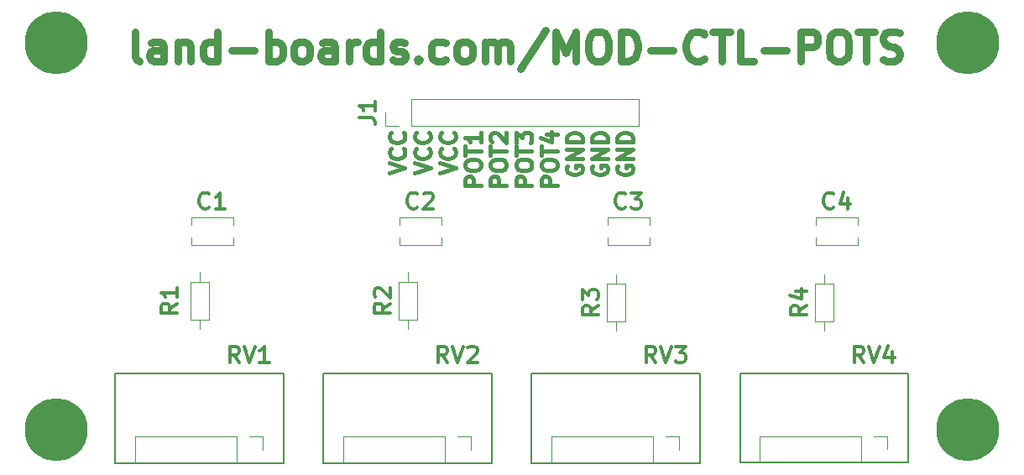
<source format=gto>
%TF.GenerationSoftware,KiCad,Pcbnew,(6.0.1)*%
%TF.CreationDate,2022-10-03T14:17:53-04:00*%
%TF.ProjectId,MOD-CTL-POTS,4d4f442d-4354-44c2-9d50-4f54532e6b69,rev?*%
%TF.SameCoordinates,Original*%
%TF.FileFunction,Legend,Top*%
%TF.FilePolarity,Positive*%
%FSLAX46Y46*%
G04 Gerber Fmt 4.6, Leading zero omitted, Abs format (unit mm)*
G04 Created by KiCad (PCBNEW (6.0.1)) date 2022-10-03 14:17:53*
%MOMM*%
%LPD*%
G01*
G04 APERTURE LIST*
%ADD10C,0.396875*%
%ADD11C,0.750000*%
%ADD12C,0.349250*%
%ADD13C,0.120000*%
%ADD14C,0.150000*%
%ADD15C,6.350000*%
G04 APERTURE END LIST*
D10*
X127629217Y-57142492D02*
X129216717Y-56613325D01*
X127629217Y-56084159D01*
X129065527Y-54647849D02*
X129141122Y-54723444D01*
X129216717Y-54950230D01*
X129216717Y-55101421D01*
X129141122Y-55328206D01*
X128989932Y-55479397D01*
X128838741Y-55554992D01*
X128536360Y-55630587D01*
X128309574Y-55630587D01*
X128007193Y-55554992D01*
X127856003Y-55479397D01*
X127704813Y-55328206D01*
X127629217Y-55101421D01*
X127629217Y-54950230D01*
X127704813Y-54723444D01*
X127780408Y-54647849D01*
X129065527Y-53060349D02*
X129141122Y-53135944D01*
X129216717Y-53362730D01*
X129216717Y-53513921D01*
X129141122Y-53740706D01*
X128989932Y-53891897D01*
X128838741Y-53967492D01*
X128536360Y-54043087D01*
X128309574Y-54043087D01*
X128007193Y-53967492D01*
X127856003Y-53891897D01*
X127704813Y-53740706D01*
X127629217Y-53513921D01*
X127629217Y-53362730D01*
X127704813Y-53135944D01*
X127780408Y-53060349D01*
X130185092Y-57142492D02*
X131772592Y-56613325D01*
X130185092Y-56084159D01*
X131621402Y-54647849D02*
X131696997Y-54723444D01*
X131772592Y-54950230D01*
X131772592Y-55101421D01*
X131696997Y-55328206D01*
X131545807Y-55479397D01*
X131394616Y-55554992D01*
X131092235Y-55630587D01*
X130865449Y-55630587D01*
X130563068Y-55554992D01*
X130411878Y-55479397D01*
X130260688Y-55328206D01*
X130185092Y-55101421D01*
X130185092Y-54950230D01*
X130260688Y-54723444D01*
X130336283Y-54647849D01*
X131621402Y-53060349D02*
X131696997Y-53135944D01*
X131772592Y-53362730D01*
X131772592Y-53513921D01*
X131696997Y-53740706D01*
X131545807Y-53891897D01*
X131394616Y-53967492D01*
X131092235Y-54043087D01*
X130865449Y-54043087D01*
X130563068Y-53967492D01*
X130411878Y-53891897D01*
X130260688Y-53740706D01*
X130185092Y-53513921D01*
X130185092Y-53362730D01*
X130260688Y-53135944D01*
X130336283Y-53060349D01*
X132740967Y-57142492D02*
X134328467Y-56613325D01*
X132740967Y-56084159D01*
X134177277Y-54647849D02*
X134252872Y-54723444D01*
X134328467Y-54950230D01*
X134328467Y-55101421D01*
X134252872Y-55328206D01*
X134101682Y-55479397D01*
X133950491Y-55554992D01*
X133648110Y-55630587D01*
X133421324Y-55630587D01*
X133118943Y-55554992D01*
X132967753Y-55479397D01*
X132816563Y-55328206D01*
X132740967Y-55101421D01*
X132740967Y-54950230D01*
X132816563Y-54723444D01*
X132892158Y-54647849D01*
X134177277Y-53060349D02*
X134252872Y-53135944D01*
X134328467Y-53362730D01*
X134328467Y-53513921D01*
X134252872Y-53740706D01*
X134101682Y-53891897D01*
X133950491Y-53967492D01*
X133648110Y-54043087D01*
X133421324Y-54043087D01*
X133118943Y-53967492D01*
X132967753Y-53891897D01*
X132816563Y-53740706D01*
X132740967Y-53513921D01*
X132740967Y-53362730D01*
X132816563Y-53135944D01*
X132892158Y-53060349D01*
X136884342Y-58352016D02*
X135296842Y-58352016D01*
X135296842Y-57747254D01*
X135372438Y-57596063D01*
X135448033Y-57520468D01*
X135599223Y-57444873D01*
X135826009Y-57444873D01*
X135977199Y-57520468D01*
X136052795Y-57596063D01*
X136128390Y-57747254D01*
X136128390Y-58352016D01*
X135296842Y-56462135D02*
X135296842Y-56159754D01*
X135372438Y-56008563D01*
X135523628Y-55857373D01*
X135826009Y-55781778D01*
X136355176Y-55781778D01*
X136657557Y-55857373D01*
X136808747Y-56008563D01*
X136884342Y-56159754D01*
X136884342Y-56462135D01*
X136808747Y-56613325D01*
X136657557Y-56764516D01*
X136355176Y-56840111D01*
X135826009Y-56840111D01*
X135523628Y-56764516D01*
X135372438Y-56613325D01*
X135296842Y-56462135D01*
X135296842Y-55328206D02*
X135296842Y-54421063D01*
X136884342Y-54874635D02*
X135296842Y-54874635D01*
X136884342Y-53060349D02*
X136884342Y-53967492D01*
X136884342Y-53513921D02*
X135296842Y-53513921D01*
X135523628Y-53665111D01*
X135674818Y-53816302D01*
X135750414Y-53967492D01*
X139440217Y-58352016D02*
X137852717Y-58352016D01*
X137852717Y-57747254D01*
X137928313Y-57596063D01*
X138003908Y-57520468D01*
X138155098Y-57444873D01*
X138381884Y-57444873D01*
X138533074Y-57520468D01*
X138608670Y-57596063D01*
X138684265Y-57747254D01*
X138684265Y-58352016D01*
X137852717Y-56462135D02*
X137852717Y-56159754D01*
X137928313Y-56008563D01*
X138079503Y-55857373D01*
X138381884Y-55781778D01*
X138911051Y-55781778D01*
X139213432Y-55857373D01*
X139364622Y-56008563D01*
X139440217Y-56159754D01*
X139440217Y-56462135D01*
X139364622Y-56613325D01*
X139213432Y-56764516D01*
X138911051Y-56840111D01*
X138381884Y-56840111D01*
X138079503Y-56764516D01*
X137928313Y-56613325D01*
X137852717Y-56462135D01*
X137852717Y-55328206D02*
X137852717Y-54421063D01*
X139440217Y-54874635D02*
X137852717Y-54874635D01*
X138003908Y-53967492D02*
X137928313Y-53891897D01*
X137852717Y-53740706D01*
X137852717Y-53362730D01*
X137928313Y-53211540D01*
X138003908Y-53135944D01*
X138155098Y-53060349D01*
X138306289Y-53060349D01*
X138533074Y-53135944D01*
X139440217Y-54043087D01*
X139440217Y-53060349D01*
X141996092Y-58352016D02*
X140408592Y-58352016D01*
X140408592Y-57747254D01*
X140484188Y-57596063D01*
X140559783Y-57520468D01*
X140710973Y-57444873D01*
X140937759Y-57444873D01*
X141088949Y-57520468D01*
X141164545Y-57596063D01*
X141240140Y-57747254D01*
X141240140Y-58352016D01*
X140408592Y-56462135D02*
X140408592Y-56159754D01*
X140484188Y-56008563D01*
X140635378Y-55857373D01*
X140937759Y-55781778D01*
X141466926Y-55781778D01*
X141769307Y-55857373D01*
X141920497Y-56008563D01*
X141996092Y-56159754D01*
X141996092Y-56462135D01*
X141920497Y-56613325D01*
X141769307Y-56764516D01*
X141466926Y-56840111D01*
X140937759Y-56840111D01*
X140635378Y-56764516D01*
X140484188Y-56613325D01*
X140408592Y-56462135D01*
X140408592Y-55328206D02*
X140408592Y-54421063D01*
X141996092Y-54874635D02*
X140408592Y-54874635D01*
X140408592Y-54043087D02*
X140408592Y-53060349D01*
X141013354Y-53589516D01*
X141013354Y-53362730D01*
X141088949Y-53211540D01*
X141164545Y-53135944D01*
X141315735Y-53060349D01*
X141693711Y-53060349D01*
X141844902Y-53135944D01*
X141920497Y-53211540D01*
X141996092Y-53362730D01*
X141996092Y-53816302D01*
X141920497Y-53967492D01*
X141844902Y-54043087D01*
X144551967Y-58352016D02*
X142964467Y-58352016D01*
X142964467Y-57747254D01*
X143040063Y-57596063D01*
X143115658Y-57520468D01*
X143266848Y-57444873D01*
X143493634Y-57444873D01*
X143644824Y-57520468D01*
X143720420Y-57596063D01*
X143796015Y-57747254D01*
X143796015Y-58352016D01*
X142964467Y-56462135D02*
X142964467Y-56159754D01*
X143040063Y-56008563D01*
X143191253Y-55857373D01*
X143493634Y-55781778D01*
X144022801Y-55781778D01*
X144325182Y-55857373D01*
X144476372Y-56008563D01*
X144551967Y-56159754D01*
X144551967Y-56462135D01*
X144476372Y-56613325D01*
X144325182Y-56764516D01*
X144022801Y-56840111D01*
X143493634Y-56840111D01*
X143191253Y-56764516D01*
X143040063Y-56613325D01*
X142964467Y-56462135D01*
X142964467Y-55328206D02*
X142964467Y-54421063D01*
X144551967Y-54874635D02*
X142964467Y-54874635D01*
X143493634Y-53211540D02*
X144551967Y-53211540D01*
X142888872Y-53589516D02*
X144022801Y-53967492D01*
X144022801Y-52984754D01*
X145595938Y-56386540D02*
X145520342Y-56537730D01*
X145520342Y-56764516D01*
X145595938Y-56991302D01*
X145747128Y-57142492D01*
X145898318Y-57218087D01*
X146200699Y-57293683D01*
X146427485Y-57293683D01*
X146729866Y-57218087D01*
X146881057Y-57142492D01*
X147032247Y-56991302D01*
X147107842Y-56764516D01*
X147107842Y-56613325D01*
X147032247Y-56386540D01*
X146956652Y-56310944D01*
X146427485Y-56310944D01*
X146427485Y-56613325D01*
X147107842Y-55630587D02*
X145520342Y-55630587D01*
X147107842Y-54723444D01*
X145520342Y-54723444D01*
X147107842Y-53967492D02*
X145520342Y-53967492D01*
X145520342Y-53589516D01*
X145595938Y-53362730D01*
X145747128Y-53211540D01*
X145898318Y-53135944D01*
X146200699Y-53060349D01*
X146427485Y-53060349D01*
X146729866Y-53135944D01*
X146881057Y-53211540D01*
X147032247Y-53362730D01*
X147107842Y-53589516D01*
X147107842Y-53967492D01*
X148151813Y-56386540D02*
X148076217Y-56537730D01*
X148076217Y-56764516D01*
X148151813Y-56991302D01*
X148303003Y-57142492D01*
X148454193Y-57218087D01*
X148756574Y-57293683D01*
X148983360Y-57293683D01*
X149285741Y-57218087D01*
X149436932Y-57142492D01*
X149588122Y-56991302D01*
X149663717Y-56764516D01*
X149663717Y-56613325D01*
X149588122Y-56386540D01*
X149512527Y-56310944D01*
X148983360Y-56310944D01*
X148983360Y-56613325D01*
X149663717Y-55630587D02*
X148076217Y-55630587D01*
X149663717Y-54723444D01*
X148076217Y-54723444D01*
X149663717Y-53967492D02*
X148076217Y-53967492D01*
X148076217Y-53589516D01*
X148151813Y-53362730D01*
X148303003Y-53211540D01*
X148454193Y-53135944D01*
X148756574Y-53060349D01*
X148983360Y-53060349D01*
X149285741Y-53135944D01*
X149436932Y-53211540D01*
X149588122Y-53362730D01*
X149663717Y-53589516D01*
X149663717Y-53967492D01*
X150707688Y-56386540D02*
X150632092Y-56537730D01*
X150632092Y-56764516D01*
X150707688Y-56991302D01*
X150858878Y-57142492D01*
X151010068Y-57218087D01*
X151312449Y-57293683D01*
X151539235Y-57293683D01*
X151841616Y-57218087D01*
X151992807Y-57142492D01*
X152143997Y-56991302D01*
X152219592Y-56764516D01*
X152219592Y-56613325D01*
X152143997Y-56386540D01*
X152068402Y-56310944D01*
X151539235Y-56310944D01*
X151539235Y-56613325D01*
X152219592Y-55630587D02*
X150632092Y-55630587D01*
X152219592Y-54723444D01*
X150632092Y-54723444D01*
X152219592Y-53967492D02*
X150632092Y-53967492D01*
X150632092Y-53589516D01*
X150707688Y-53362730D01*
X150858878Y-53211540D01*
X151010068Y-53135944D01*
X151312449Y-53060349D01*
X151539235Y-53060349D01*
X151841616Y-53135944D01*
X151992807Y-53211540D01*
X152143997Y-53362730D01*
X152219592Y-53589516D01*
X152219592Y-53967492D01*
D11*
X102428571Y-45857142D02*
X102142857Y-45714285D01*
X102000000Y-45428571D01*
X102000000Y-42857142D01*
X104857142Y-45857142D02*
X104857142Y-44285714D01*
X104714285Y-44000000D01*
X104428571Y-43857142D01*
X103857142Y-43857142D01*
X103571428Y-44000000D01*
X104857142Y-45714285D02*
X104571428Y-45857142D01*
X103857142Y-45857142D01*
X103571428Y-45714285D01*
X103428571Y-45428571D01*
X103428571Y-45142857D01*
X103571428Y-44857142D01*
X103857142Y-44714285D01*
X104571428Y-44714285D01*
X104857142Y-44571428D01*
X106285714Y-43857142D02*
X106285714Y-45857142D01*
X106285714Y-44142857D02*
X106428571Y-44000000D01*
X106714285Y-43857142D01*
X107142857Y-43857142D01*
X107428571Y-44000000D01*
X107571428Y-44285714D01*
X107571428Y-45857142D01*
X110285714Y-45857142D02*
X110285714Y-42857142D01*
X110285714Y-45714285D02*
X110000000Y-45857142D01*
X109428571Y-45857142D01*
X109142857Y-45714285D01*
X109000000Y-45571428D01*
X108857142Y-45285714D01*
X108857142Y-44428571D01*
X109000000Y-44142857D01*
X109142857Y-44000000D01*
X109428571Y-43857142D01*
X110000000Y-43857142D01*
X110285714Y-44000000D01*
X111714285Y-44714285D02*
X114000000Y-44714285D01*
X115428571Y-45857142D02*
X115428571Y-42857142D01*
X115428571Y-44000000D02*
X115714285Y-43857142D01*
X116285714Y-43857142D01*
X116571428Y-44000000D01*
X116714285Y-44142857D01*
X116857142Y-44428571D01*
X116857142Y-45285714D01*
X116714285Y-45571428D01*
X116571428Y-45714285D01*
X116285714Y-45857142D01*
X115714285Y-45857142D01*
X115428571Y-45714285D01*
X118571428Y-45857142D02*
X118285714Y-45714285D01*
X118142857Y-45571428D01*
X118000000Y-45285714D01*
X118000000Y-44428571D01*
X118142857Y-44142857D01*
X118285714Y-44000000D01*
X118571428Y-43857142D01*
X119000000Y-43857142D01*
X119285714Y-44000000D01*
X119428571Y-44142857D01*
X119571428Y-44428571D01*
X119571428Y-45285714D01*
X119428571Y-45571428D01*
X119285714Y-45714285D01*
X119000000Y-45857142D01*
X118571428Y-45857142D01*
X122142857Y-45857142D02*
X122142857Y-44285714D01*
X122000000Y-44000000D01*
X121714285Y-43857142D01*
X121142857Y-43857142D01*
X120857142Y-44000000D01*
X122142857Y-45714285D02*
X121857142Y-45857142D01*
X121142857Y-45857142D01*
X120857142Y-45714285D01*
X120714285Y-45428571D01*
X120714285Y-45142857D01*
X120857142Y-44857142D01*
X121142857Y-44714285D01*
X121857142Y-44714285D01*
X122142857Y-44571428D01*
X123571428Y-45857142D02*
X123571428Y-43857142D01*
X123571428Y-44428571D02*
X123714285Y-44142857D01*
X123857142Y-44000000D01*
X124142857Y-43857142D01*
X124428571Y-43857142D01*
X126714285Y-45857142D02*
X126714285Y-42857142D01*
X126714285Y-45714285D02*
X126428571Y-45857142D01*
X125857142Y-45857142D01*
X125571428Y-45714285D01*
X125428571Y-45571428D01*
X125285714Y-45285714D01*
X125285714Y-44428571D01*
X125428571Y-44142857D01*
X125571428Y-44000000D01*
X125857142Y-43857142D01*
X126428571Y-43857142D01*
X126714285Y-44000000D01*
X128000000Y-45714285D02*
X128285714Y-45857142D01*
X128857142Y-45857142D01*
X129142857Y-45714285D01*
X129285714Y-45428571D01*
X129285714Y-45285714D01*
X129142857Y-45000000D01*
X128857142Y-44857142D01*
X128428571Y-44857142D01*
X128142857Y-44714285D01*
X128000000Y-44428571D01*
X128000000Y-44285714D01*
X128142857Y-44000000D01*
X128428571Y-43857142D01*
X128857142Y-43857142D01*
X129142857Y-44000000D01*
X130571428Y-45571428D02*
X130714285Y-45714285D01*
X130571428Y-45857142D01*
X130428571Y-45714285D01*
X130571428Y-45571428D01*
X130571428Y-45857142D01*
X133285714Y-45714285D02*
X133000000Y-45857142D01*
X132428571Y-45857142D01*
X132142857Y-45714285D01*
X132000000Y-45571428D01*
X131857142Y-45285714D01*
X131857142Y-44428571D01*
X132000000Y-44142857D01*
X132142857Y-44000000D01*
X132428571Y-43857142D01*
X133000000Y-43857142D01*
X133285714Y-44000000D01*
X135000000Y-45857142D02*
X134714285Y-45714285D01*
X134571428Y-45571428D01*
X134428571Y-45285714D01*
X134428571Y-44428571D01*
X134571428Y-44142857D01*
X134714285Y-44000000D01*
X135000000Y-43857142D01*
X135428571Y-43857142D01*
X135714285Y-44000000D01*
X135857142Y-44142857D01*
X136000000Y-44428571D01*
X136000000Y-45285714D01*
X135857142Y-45571428D01*
X135714285Y-45714285D01*
X135428571Y-45857142D01*
X135000000Y-45857142D01*
X137285714Y-45857142D02*
X137285714Y-43857142D01*
X137285714Y-44142857D02*
X137428571Y-44000000D01*
X137714285Y-43857142D01*
X138142857Y-43857142D01*
X138428571Y-44000000D01*
X138571428Y-44285714D01*
X138571428Y-45857142D01*
X138571428Y-44285714D02*
X138714285Y-44000000D01*
X139000000Y-43857142D01*
X139428571Y-43857142D01*
X139714285Y-44000000D01*
X139857142Y-44285714D01*
X139857142Y-45857142D01*
X143428571Y-42714285D02*
X140857142Y-46571428D01*
X144428571Y-45857142D02*
X144428571Y-42857142D01*
X145428571Y-45000000D01*
X146428571Y-42857142D01*
X146428571Y-45857142D01*
X148428571Y-42857142D02*
X149000000Y-42857142D01*
X149285714Y-43000000D01*
X149571428Y-43285714D01*
X149714285Y-43857142D01*
X149714285Y-44857142D01*
X149571428Y-45428571D01*
X149285714Y-45714285D01*
X149000000Y-45857142D01*
X148428571Y-45857142D01*
X148142857Y-45714285D01*
X147857142Y-45428571D01*
X147714285Y-44857142D01*
X147714285Y-43857142D01*
X147857142Y-43285714D01*
X148142857Y-43000000D01*
X148428571Y-42857142D01*
X151000000Y-45857142D02*
X151000000Y-42857142D01*
X151714285Y-42857142D01*
X152142857Y-43000000D01*
X152428571Y-43285714D01*
X152571428Y-43571428D01*
X152714285Y-44142857D01*
X152714285Y-44571428D01*
X152571428Y-45142857D01*
X152428571Y-45428571D01*
X152142857Y-45714285D01*
X151714285Y-45857142D01*
X151000000Y-45857142D01*
X154000000Y-44714285D02*
X156285714Y-44714285D01*
X159428571Y-45571428D02*
X159285714Y-45714285D01*
X158857142Y-45857142D01*
X158571428Y-45857142D01*
X158142857Y-45714285D01*
X157857142Y-45428571D01*
X157714285Y-45142857D01*
X157571428Y-44571428D01*
X157571428Y-44142857D01*
X157714285Y-43571428D01*
X157857142Y-43285714D01*
X158142857Y-43000000D01*
X158571428Y-42857142D01*
X158857142Y-42857142D01*
X159285714Y-43000000D01*
X159428571Y-43142857D01*
X160285714Y-42857142D02*
X162000000Y-42857142D01*
X161142857Y-45857142D02*
X161142857Y-42857142D01*
X164428571Y-45857142D02*
X163000000Y-45857142D01*
X163000000Y-42857142D01*
X165428571Y-44714285D02*
X167714285Y-44714285D01*
X169142857Y-45857142D02*
X169142857Y-42857142D01*
X170285714Y-42857142D01*
X170571428Y-43000000D01*
X170714285Y-43142857D01*
X170857142Y-43428571D01*
X170857142Y-43857142D01*
X170714285Y-44142857D01*
X170571428Y-44285714D01*
X170285714Y-44428571D01*
X169142857Y-44428571D01*
X172714285Y-42857142D02*
X173285714Y-42857142D01*
X173571428Y-43000000D01*
X173857142Y-43285714D01*
X174000000Y-43857142D01*
X174000000Y-44857142D01*
X173857142Y-45428571D01*
X173571428Y-45714285D01*
X173285714Y-45857142D01*
X172714285Y-45857142D01*
X172428571Y-45714285D01*
X172142857Y-45428571D01*
X172000000Y-44857142D01*
X172000000Y-43857142D01*
X172142857Y-43285714D01*
X172428571Y-43000000D01*
X172714285Y-42857142D01*
X174857142Y-42857142D02*
X176571428Y-42857142D01*
X175714285Y-45857142D02*
X175714285Y-42857142D01*
X177428571Y-45714285D02*
X177857142Y-45857142D01*
X178571428Y-45857142D01*
X178857142Y-45714285D01*
X179000000Y-45571428D01*
X179142857Y-45285714D01*
X179142857Y-45000000D01*
X179000000Y-44714285D01*
X178857142Y-44571428D01*
X178571428Y-44428571D01*
X178000000Y-44285714D01*
X177714285Y-44142857D01*
X177571428Y-44000000D01*
X177428571Y-43714285D01*
X177428571Y-43428571D01*
X177571428Y-43142857D01*
X177714285Y-43000000D01*
X178000000Y-42857142D01*
X178714285Y-42857142D01*
X179142857Y-43000000D01*
D12*
%TO.C,C4*%
X172474833Y-60589642D02*
X172396214Y-60668261D01*
X172160357Y-60746880D01*
X172003119Y-60746880D01*
X171767261Y-60668261D01*
X171610023Y-60511023D01*
X171531404Y-60353785D01*
X171452785Y-60039309D01*
X171452785Y-59803452D01*
X171531404Y-59488976D01*
X171610023Y-59331738D01*
X171767261Y-59174500D01*
X172003119Y-59095880D01*
X172160357Y-59095880D01*
X172396214Y-59174500D01*
X172474833Y-59253119D01*
X173889976Y-59646214D02*
X173889976Y-60746880D01*
X173496880Y-59017261D02*
X173103785Y-60196547D01*
X174125833Y-60196547D01*
%TO.C,C3*%
X151474833Y-60589642D02*
X151396214Y-60668261D01*
X151160357Y-60746880D01*
X151003119Y-60746880D01*
X150767261Y-60668261D01*
X150610023Y-60511023D01*
X150531404Y-60353785D01*
X150452785Y-60039309D01*
X150452785Y-59803452D01*
X150531404Y-59488976D01*
X150610023Y-59331738D01*
X150767261Y-59174500D01*
X151003119Y-59095880D01*
X151160357Y-59095880D01*
X151396214Y-59174500D01*
X151474833Y-59253119D01*
X152025166Y-59095880D02*
X153047214Y-59095880D01*
X152496880Y-59724833D01*
X152732738Y-59724833D01*
X152889976Y-59803452D01*
X152968595Y-59882071D01*
X153047214Y-60039309D01*
X153047214Y-60432404D01*
X152968595Y-60589642D01*
X152889976Y-60668261D01*
X152732738Y-60746880D01*
X152261023Y-60746880D01*
X152103785Y-60668261D01*
X152025166Y-60589642D01*
%TO.C,R2*%
X127746880Y-70275166D02*
X126960690Y-70825500D01*
X127746880Y-71218595D02*
X126095880Y-71218595D01*
X126095880Y-70589642D01*
X126174500Y-70432404D01*
X126253119Y-70353785D01*
X126410357Y-70275166D01*
X126646214Y-70275166D01*
X126803452Y-70353785D01*
X126882071Y-70432404D01*
X126960690Y-70589642D01*
X126960690Y-71218595D01*
X126253119Y-69646214D02*
X126174500Y-69567595D01*
X126095880Y-69410357D01*
X126095880Y-69017261D01*
X126174500Y-68860023D01*
X126253119Y-68781404D01*
X126410357Y-68702785D01*
X126567595Y-68702785D01*
X126803452Y-68781404D01*
X127746880Y-69724833D01*
X127746880Y-68702785D01*
%TO.C,RV1*%
X112517263Y-76246867D02*
X111966930Y-75460677D01*
X111573835Y-76246867D02*
X111573835Y-74595867D01*
X112202787Y-74595867D01*
X112360025Y-74674487D01*
X112438644Y-74753106D01*
X112517263Y-74910344D01*
X112517263Y-75146201D01*
X112438644Y-75303439D01*
X112360025Y-75382058D01*
X112202787Y-75460677D01*
X111573835Y-75460677D01*
X112988978Y-74595867D02*
X113539311Y-76246867D01*
X114089644Y-74595867D01*
X115504787Y-76246867D02*
X114561359Y-76246867D01*
X115033073Y-76246867D02*
X115033073Y-74595867D01*
X114875835Y-74831725D01*
X114718597Y-74988963D01*
X114561359Y-75067582D01*
%TO.C,J1*%
X124595880Y-51550333D02*
X125775166Y-51550333D01*
X126011023Y-51628952D01*
X126168261Y-51786190D01*
X126246880Y-52022047D01*
X126246880Y-52179285D01*
X126246880Y-49899333D02*
X126246880Y-50842761D01*
X126246880Y-50371047D02*
X124595880Y-50371047D01*
X124831738Y-50528285D01*
X124988976Y-50685523D01*
X125067595Y-50842761D01*
%TO.C,RV4*%
X175517264Y-76246888D02*
X174966931Y-75460698D01*
X174573836Y-76246888D02*
X174573836Y-74595888D01*
X175202788Y-74595888D01*
X175360026Y-74674508D01*
X175438645Y-74753127D01*
X175517264Y-74910365D01*
X175517264Y-75146222D01*
X175438645Y-75303460D01*
X175360026Y-75382079D01*
X175202788Y-75460698D01*
X174573836Y-75460698D01*
X175988979Y-74595888D02*
X176539312Y-76246888D01*
X177089645Y-74595888D01*
X178347550Y-75146222D02*
X178347550Y-76246888D01*
X177954455Y-74517269D02*
X177561360Y-75696555D01*
X178583407Y-75696555D01*
%TO.C,C1*%
X109474833Y-60589642D02*
X109396214Y-60668261D01*
X109160357Y-60746880D01*
X109003119Y-60746880D01*
X108767261Y-60668261D01*
X108610023Y-60511023D01*
X108531404Y-60353785D01*
X108452785Y-60039309D01*
X108452785Y-59803452D01*
X108531404Y-59488976D01*
X108610023Y-59331738D01*
X108767261Y-59174500D01*
X109003119Y-59095880D01*
X109160357Y-59095880D01*
X109396214Y-59174500D01*
X109474833Y-59253119D01*
X111047214Y-60746880D02*
X110103785Y-60746880D01*
X110575500Y-60746880D02*
X110575500Y-59095880D01*
X110418261Y-59331738D01*
X110261023Y-59488976D01*
X110103785Y-59567595D01*
%TO.C,RV2*%
X133517271Y-76246867D02*
X132966938Y-75460677D01*
X132573843Y-76246867D02*
X132573843Y-74595867D01*
X133202795Y-74595867D01*
X133360033Y-74674487D01*
X133438652Y-74753106D01*
X133517271Y-74910344D01*
X133517271Y-75146201D01*
X133438652Y-75303439D01*
X133360033Y-75382058D01*
X133202795Y-75460677D01*
X132573843Y-75460677D01*
X133988986Y-74595867D02*
X134539319Y-76246867D01*
X135089652Y-74595867D01*
X135561367Y-74753106D02*
X135639986Y-74674487D01*
X135797224Y-74595867D01*
X136190319Y-74595867D01*
X136347557Y-74674487D01*
X136426176Y-74753106D01*
X136504795Y-74910344D01*
X136504795Y-75067582D01*
X136426176Y-75303439D01*
X135482748Y-76246867D01*
X136504795Y-76246867D01*
%TO.C,R4*%
X169746880Y-70465166D02*
X168960690Y-71015500D01*
X169746880Y-71408595D02*
X168095880Y-71408595D01*
X168095880Y-70779642D01*
X168174500Y-70622404D01*
X168253119Y-70543785D01*
X168410357Y-70465166D01*
X168646214Y-70465166D01*
X168803452Y-70543785D01*
X168882071Y-70622404D01*
X168960690Y-70779642D01*
X168960690Y-71408595D01*
X168646214Y-69050023D02*
X169746880Y-69050023D01*
X168017261Y-69443119D02*
X169196547Y-69836214D01*
X169196547Y-68814166D01*
%TO.C,RV3*%
X154517255Y-76246867D02*
X153966922Y-75460677D01*
X153573827Y-76246867D02*
X153573827Y-74595867D01*
X154202779Y-74595867D01*
X154360017Y-74674487D01*
X154438636Y-74753106D01*
X154517255Y-74910344D01*
X154517255Y-75146201D01*
X154438636Y-75303439D01*
X154360017Y-75382058D01*
X154202779Y-75460677D01*
X153573827Y-75460677D01*
X154988970Y-74595867D02*
X155539303Y-76246867D01*
X156089636Y-74595867D01*
X156482732Y-74595867D02*
X157504779Y-74595867D01*
X156954446Y-75224820D01*
X157190303Y-75224820D01*
X157347541Y-75303439D01*
X157426160Y-75382058D01*
X157504779Y-75539296D01*
X157504779Y-75932391D01*
X157426160Y-76089629D01*
X157347541Y-76168248D01*
X157190303Y-76246867D01*
X156718589Y-76246867D01*
X156561351Y-76168248D01*
X156482732Y-76089629D01*
%TO.C,R3*%
X148746880Y-70465166D02*
X147960690Y-71015500D01*
X148746880Y-71408595D02*
X147095880Y-71408595D01*
X147095880Y-70779642D01*
X147174500Y-70622404D01*
X147253119Y-70543785D01*
X147410357Y-70465166D01*
X147646214Y-70465166D01*
X147803452Y-70543785D01*
X147882071Y-70622404D01*
X147960690Y-70779642D01*
X147960690Y-71408595D01*
X147095880Y-69914833D02*
X147095880Y-68892785D01*
X147724833Y-69443119D01*
X147724833Y-69207261D01*
X147803452Y-69050023D01*
X147882071Y-68971404D01*
X148039309Y-68892785D01*
X148432404Y-68892785D01*
X148589642Y-68971404D01*
X148668261Y-69050023D01*
X148746880Y-69207261D01*
X148746880Y-69678976D01*
X148668261Y-69836214D01*
X148589642Y-69914833D01*
%TO.C,C2*%
X130474833Y-60589642D02*
X130396214Y-60668261D01*
X130160357Y-60746880D01*
X130003119Y-60746880D01*
X129767261Y-60668261D01*
X129610023Y-60511023D01*
X129531404Y-60353785D01*
X129452785Y-60039309D01*
X129452785Y-59803452D01*
X129531404Y-59488976D01*
X129610023Y-59331738D01*
X129767261Y-59174500D01*
X130003119Y-59095880D01*
X130160357Y-59095880D01*
X130396214Y-59174500D01*
X130474833Y-59253119D01*
X131103785Y-59253119D02*
X131182404Y-59174500D01*
X131339642Y-59095880D01*
X131732738Y-59095880D01*
X131889976Y-59174500D01*
X131968595Y-59253119D01*
X132047214Y-59410357D01*
X132047214Y-59567595D01*
X131968595Y-59803452D01*
X131025166Y-60746880D01*
X132047214Y-60746880D01*
%TO.C,R1*%
X106246880Y-70275166D02*
X105460690Y-70825500D01*
X106246880Y-71218595D02*
X104595880Y-71218595D01*
X104595880Y-70589642D01*
X104674500Y-70432404D01*
X104753119Y-70353785D01*
X104910357Y-70275166D01*
X105146214Y-70275166D01*
X105303452Y-70353785D01*
X105382071Y-70432404D01*
X105460690Y-70589642D01*
X105460690Y-71218595D01*
X106246880Y-68702785D02*
X106246880Y-69646214D01*
X106246880Y-69174500D02*
X104595880Y-69174500D01*
X104831738Y-69331738D01*
X104988976Y-69488976D01*
X105067595Y-69646214D01*
D13*
%TO.C,C4*%
X174870000Y-61630000D02*
X174870000Y-62335000D01*
X170630000Y-61630000D02*
X170630000Y-62335000D01*
X170630000Y-64370000D02*
X174870000Y-64370000D01*
X170630000Y-61630000D02*
X174870000Y-61630000D01*
X170630000Y-63665000D02*
X170630000Y-64370000D01*
X174870000Y-63665000D02*
X174870000Y-64370000D01*
%TO.C,C3*%
X149630000Y-61630000D02*
X153870000Y-61630000D01*
X149630000Y-64370000D02*
X153870000Y-64370000D01*
X153870000Y-61630000D02*
X153870000Y-62335000D01*
X153870000Y-63665000D02*
X153870000Y-64370000D01*
X149630000Y-61630000D02*
X149630000Y-62335000D01*
X149630000Y-63665000D02*
X149630000Y-64370000D01*
%TO.C,R2*%
X128580000Y-68080000D02*
X128580000Y-71920000D01*
X129500000Y-67130000D02*
X129500000Y-68080000D01*
X130420000Y-68080000D02*
X128580000Y-68080000D01*
X129500000Y-72870000D02*
X129500000Y-71920000D01*
X128580000Y-71920000D02*
X130420000Y-71920000D01*
X130420000Y-71920000D02*
X130420000Y-68080000D01*
%TO.C,RV1*%
X114830002Y-83709987D02*
X114830002Y-85039987D01*
X113500002Y-83709987D02*
X114830002Y-83709987D01*
X112230002Y-83709987D02*
X102010002Y-83709987D01*
X102010002Y-83709987D02*
X102010002Y-86369987D01*
X112230002Y-86369987D02*
X102010002Y-86369987D01*
X112230002Y-83709987D02*
X112230002Y-86369987D01*
D14*
X117000002Y-77369987D02*
X100000002Y-77369987D01*
X100000002Y-77369987D02*
X100000002Y-86369987D01*
X100000002Y-86369987D02*
X117000002Y-86369987D01*
X117000002Y-86369987D02*
X117000002Y-77369987D01*
D13*
%TO.C,J1*%
X129845000Y-49670000D02*
X152765000Y-49670000D01*
X129845000Y-52330000D02*
X152765000Y-52330000D01*
X129845000Y-52330000D02*
X129845000Y-49670000D01*
X128575000Y-52330000D02*
X127245000Y-52330000D01*
X152765000Y-52330000D02*
X152765000Y-49670000D01*
X127245000Y-52330000D02*
X127245000Y-51000000D01*
%TO.C,RV4*%
X176500003Y-83670008D02*
X177830003Y-83670008D01*
X177830003Y-83670008D02*
X177830003Y-85000008D01*
X175230003Y-83670008D02*
X175230003Y-86330008D01*
X175230003Y-86330008D02*
X165010003Y-86330008D01*
X165010003Y-83670008D02*
X165010003Y-86330008D01*
X175230003Y-83670008D02*
X165010003Y-83670008D01*
D14*
X180000003Y-77330008D02*
X163000003Y-77330008D01*
X163000003Y-77330008D02*
X163000003Y-86330008D01*
X163000003Y-86330008D02*
X180000003Y-86330008D01*
X180000003Y-86330008D02*
X180000003Y-77330008D01*
D13*
%TO.C,C1*%
X107630000Y-61630000D02*
X111870000Y-61630000D01*
X111870000Y-61630000D02*
X111870000Y-62335000D01*
X111870000Y-63665000D02*
X111870000Y-64370000D01*
X107630000Y-61630000D02*
X107630000Y-62335000D01*
X107630000Y-63665000D02*
X107630000Y-64370000D01*
X107630000Y-64370000D02*
X111870000Y-64370000D01*
%TO.C,RV2*%
X133230010Y-83709987D02*
X123010010Y-83709987D01*
X135830010Y-83709987D02*
X135830010Y-85039987D01*
X133230010Y-83709987D02*
X133230010Y-86369987D01*
X133230010Y-86369987D02*
X123010010Y-86369987D01*
X134500010Y-83709987D02*
X135830010Y-83709987D01*
X123010010Y-83709987D02*
X123010010Y-86369987D01*
D14*
X138000010Y-77369987D02*
X121000010Y-77369987D01*
X121000010Y-77369987D02*
X121000010Y-86369987D01*
X121000010Y-86369987D02*
X138000010Y-86369987D01*
X138000010Y-86369987D02*
X138000010Y-77369987D01*
D13*
%TO.C,R4*%
X171500000Y-73060000D02*
X171500000Y-72110000D01*
X170580000Y-72110000D02*
X172420000Y-72110000D01*
X170580000Y-68270000D02*
X170580000Y-72110000D01*
X172420000Y-72110000D02*
X172420000Y-68270000D01*
X172420000Y-68270000D02*
X170580000Y-68270000D01*
X171500000Y-67320000D02*
X171500000Y-68270000D01*
%TO.C,RV3*%
X154229994Y-83709987D02*
X144009994Y-83709987D01*
X154229994Y-86369987D02*
X144009994Y-86369987D01*
X144009994Y-83709987D02*
X144009994Y-86369987D01*
X156829994Y-83709987D02*
X156829994Y-85039987D01*
X155499994Y-83709987D02*
X156829994Y-83709987D01*
X154229994Y-83709987D02*
X154229994Y-86369987D01*
D14*
X158999994Y-77369987D02*
X141999994Y-77369987D01*
X141999994Y-77369987D02*
X141999994Y-86369987D01*
X141999994Y-86369987D02*
X158999994Y-86369987D01*
X158999994Y-86369987D02*
X158999994Y-77369987D01*
D13*
%TO.C,R3*%
X150500000Y-73060000D02*
X150500000Y-72110000D01*
X149580000Y-72110000D02*
X151420000Y-72110000D01*
X151420000Y-72110000D02*
X151420000Y-68270000D01*
X151420000Y-68270000D02*
X149580000Y-68270000D01*
X150500000Y-67320000D02*
X150500000Y-68270000D01*
X149580000Y-68270000D02*
X149580000Y-72110000D01*
%TO.C,C2*%
X128630000Y-61630000D02*
X132870000Y-61630000D01*
X128630000Y-64370000D02*
X132870000Y-64370000D01*
X132870000Y-61630000D02*
X132870000Y-62335000D01*
X132870000Y-63665000D02*
X132870000Y-64370000D01*
X128630000Y-61630000D02*
X128630000Y-62335000D01*
X128630000Y-63665000D02*
X128630000Y-64370000D01*
%TO.C,R1*%
X109420000Y-68080000D02*
X107580000Y-68080000D01*
X108500000Y-67130000D02*
X108500000Y-68080000D01*
X108500000Y-72870000D02*
X108500000Y-71920000D01*
X107580000Y-68080000D02*
X107580000Y-71920000D01*
X109420000Y-71920000D02*
X109420000Y-68080000D01*
X107580000Y-71920000D02*
X109420000Y-71920000D01*
%TD*%
D15*
%TO.C,MTG1*%
X94000000Y-83000000D03*
%TD*%
%TO.C,MTG3*%
X94000000Y-44000000D03*
%TD*%
%TO.C,MTG2*%
X186000000Y-83000000D03*
%TD*%
%TO.C,MTG4*%
X186000000Y-44000000D03*
%TD*%
M02*

</source>
